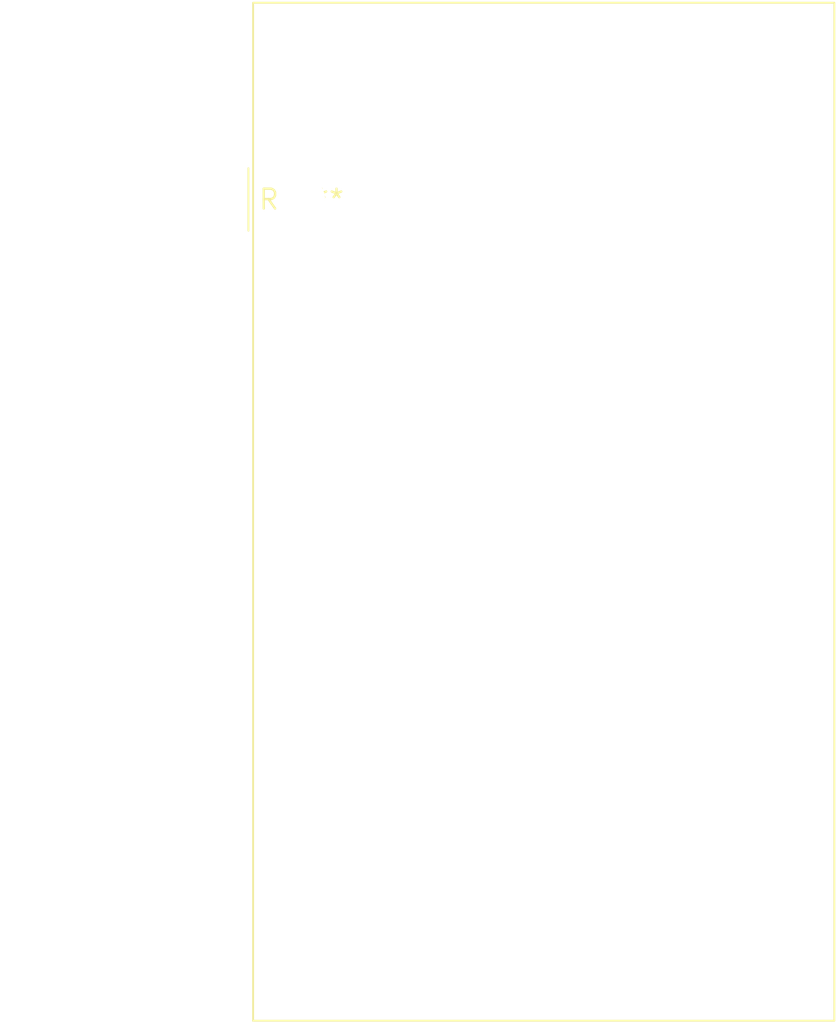
<source format=kicad_pcb>
(kicad_pcb (version 20240108) (generator pcbnew)
  (layers (0 "F.Cu" signal) (31 "B.Cu" signal) (34 "B.Paste" user) (35 "F.Paste" user) (36 "B.SilkS" user "B.Silkscreen") (37 "F.SilkS" user "F.Silkscreen") (38 "B.Mask" user) (39 "F.Mask" user) (44 "Edge.Cuts" user))
  (net 0 "")
  (footprint "L_CommonMode_TDK_B82747E6353A040" (layer "F.Cu") (at 0 0)
    (property "Reference" "REF**")
    (property "Value" "L_CommonMode_TDK_B82747E6353A040")
    (fp_line (start -3.4 -2) (end -3.4 2) (layer "F.SilkS") (stroke (width 0.12)))
    (fp_rect (start -3.1 52.6) (end 34.1 -12.6) (layer "F.SilkS") (stroke (width 0.12)) (fill none))
    (pad "1" thru_hole roundrect (at 0 0 90) (size 5 5) (drill 3) (layers *.Cu *.Mask) (remove_unused_layers))
    (pad "2" thru_hole circle (at 0 20 90) (size 5 5) (drill 3) (layers *.Cu *.Mask) (remove_unused_layers))
    (pad "3" thru_hole circle (at 0 40 90) (size 5 5) (drill 3) (layers *.Cu *.Mask) (remove_unused_layers))
    (pad "4" thru_hole circle (at 31 40 90) (size 5 5) (drill 3) (layers *.Cu *.Mask) (remove_unused_layers))
    (pad "5" thru_hole circle (at 31 20 90) (size 5 5) (drill 3) (layers *.Cu *.Mask) (remove_unused_layers))
    (pad "6" thru_hole circle (at 31 0 90) (size 5 5) (drill 3) (layers *.Cu *.Mask) (remove_unused_layers))
  )
)
</source>
